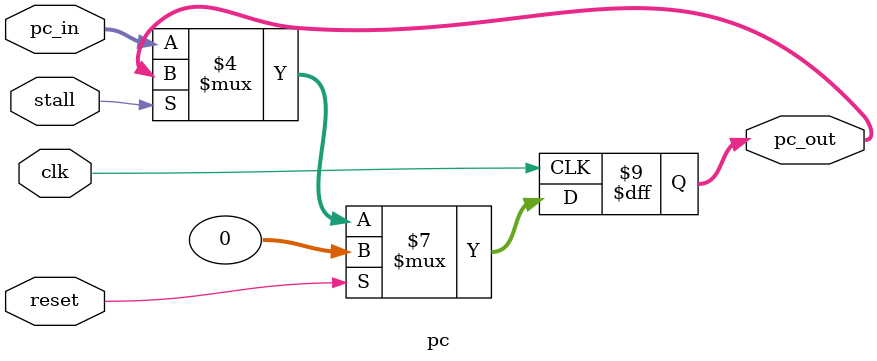
<source format=v>
`timescale 1ns / 1ps
module pc(
    input clk,
    input reset,
    input stall,
    input [31:0] pc_in,
    output reg [31:0] pc_out
);

initial begin
    pc_out <= 32'b0; //loader地址
end

always @(negedge clk) begin
    if (reset) begin
    	pc_out <= 32'b0; //loader地址
    end
    else if (!stall) begin
    	pc_out <= pc_in;
    end 	
end

endmodule

</source>
